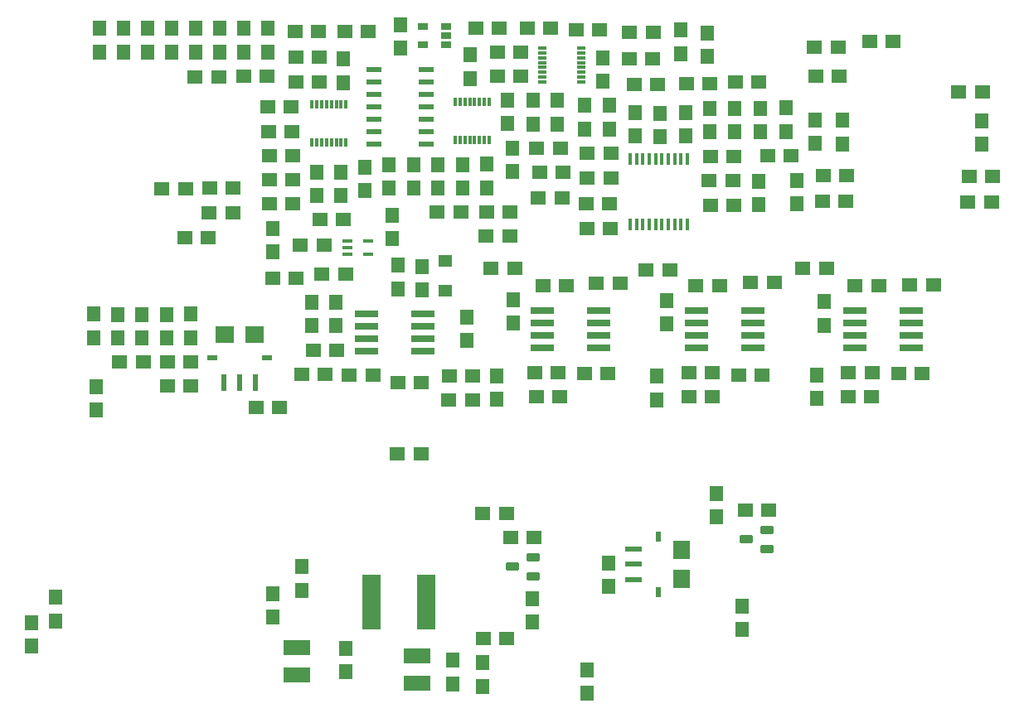
<source format=gbp>
G04 Layer_Color=128*
%FSLAX44Y44*%
%MOMM*%
G71*
G01*
G75*
%ADD20R,2.7000X1.6000*%
%ADD25R,1.4000X1.5000*%
%ADD26R,1.5000X1.4000*%
%ADD52R,1.0000X0.6000*%
%ADD53R,1.9000X1.8000*%
%ADD54R,0.6000X1.7000*%
%ADD55R,1.7000X0.6000*%
%ADD56R,0.6000X1.0000*%
%ADD57R,1.8000X1.9000*%
G04:AMPARAMS|DCode=58|XSize=0.8mm|YSize=1.4mm|CornerRadius=0.2mm|HoleSize=0mm|Usage=FLASHONLY|Rotation=270.000|XOffset=0mm|YOffset=0mm|HoleType=Round|Shape=RoundedRectangle|*
%AMROUNDEDRECTD58*
21,1,0.8000,1.0000,0,0,270.0*
21,1,0.4000,1.4000,0,0,270.0*
1,1,0.4000,-0.5000,-0.2000*
1,1,0.4000,-0.5000,0.2000*
1,1,0.4000,0.5000,0.2000*
1,1,0.4000,0.5000,-0.2000*
%
%ADD58ROUNDEDRECTD58*%
%ADD59R,1.9000X5.7000*%
%ADD60R,0.3000X0.8500*%
%ADD61R,0.8500X0.3000*%
%ADD62R,1.4000X1.2000*%
%ADD63R,2.4000X0.7000*%
%ADD64R,1.0000X0.4000*%
%ADD65R,1.1000X0.7500*%
%ADD66R,0.4000X1.2000*%
%ADD67R,1.6000X0.6000*%
D20*
X398000Y117000D02*
D03*
Y145000D02*
D03*
X521208Y108202D02*
D03*
Y136202D02*
D03*
D25*
X373380Y573368D02*
D03*
Y549368D02*
D03*
X897382Y696558D02*
D03*
Y672558D02*
D03*
X871474Y672304D02*
D03*
Y696304D02*
D03*
X613664Y680432D02*
D03*
Y704432D02*
D03*
X852932Y187288D02*
D03*
Y163288D02*
D03*
X587756Y129122D02*
D03*
Y105122D02*
D03*
X937006Y498438D02*
D03*
Y474438D02*
D03*
X775716Y499708D02*
D03*
Y475708D02*
D03*
X618998Y500216D02*
D03*
Y476216D02*
D03*
X438404Y497676D02*
D03*
Y473676D02*
D03*
X929386Y399508D02*
D03*
Y423508D02*
D03*
X765556Y398238D02*
D03*
Y422238D02*
D03*
X602488Y398526D02*
D03*
Y422526D02*
D03*
X413258Y497676D02*
D03*
Y473676D02*
D03*
X525708Y510314D02*
D03*
Y534314D02*
D03*
X501165Y511714D02*
D03*
Y535714D02*
D03*
X374000Y200000D02*
D03*
Y176000D02*
D03*
X270256Y777838D02*
D03*
Y753838D02*
D03*
X220980D02*
D03*
Y777838D02*
D03*
X820166Y671796D02*
D03*
Y695796D02*
D03*
X795020Y691732D02*
D03*
Y667732D02*
D03*
X768858Y667224D02*
D03*
Y691224D02*
D03*
X869442Y621628D02*
D03*
Y597628D02*
D03*
X845312Y695796D02*
D03*
Y671796D02*
D03*
X717042Y699098D02*
D03*
Y675098D02*
D03*
X691642D02*
D03*
Y699098D02*
D03*
X557530Y107662D02*
D03*
Y131662D02*
D03*
X196342Y753838D02*
D03*
Y777838D02*
D03*
X448000Y144000D02*
D03*
Y120000D02*
D03*
X190500Y461738D02*
D03*
Y485738D02*
D03*
X694436Y97756D02*
D03*
Y121756D02*
D03*
X403352Y227542D02*
D03*
Y203542D02*
D03*
X638810Y195100D02*
D03*
Y171100D02*
D03*
X716280Y231484D02*
D03*
Y207484D02*
D03*
X826770Y278350D02*
D03*
Y302350D02*
D03*
X368808Y753838D02*
D03*
Y777838D02*
D03*
X294894Y753838D02*
D03*
Y777838D02*
D03*
X443230Y607026D02*
D03*
Y631026D02*
D03*
X418592D02*
D03*
Y607026D02*
D03*
X618490Y631410D02*
D03*
Y655410D02*
D03*
X567182Y614646D02*
D03*
Y638646D02*
D03*
X591820Y638900D02*
D03*
Y614900D02*
D03*
X215138Y485484D02*
D03*
Y461484D02*
D03*
X239776Y485484D02*
D03*
Y461484D02*
D03*
X127000Y170524D02*
D03*
Y146524D02*
D03*
X151892Y172178D02*
D03*
Y196178D02*
D03*
X446024Y746342D02*
D03*
Y722342D02*
D03*
X517906Y614646D02*
D03*
Y638646D02*
D03*
X542544D02*
D03*
Y614646D02*
D03*
X319532Y777838D02*
D03*
Y753838D02*
D03*
X467868Y612106D02*
D03*
Y636106D02*
D03*
X574802Y726660D02*
D03*
Y750660D02*
D03*
X495300Y562830D02*
D03*
Y586830D02*
D03*
X492506Y614646D02*
D03*
Y638646D02*
D03*
X639826Y704178D02*
D03*
Y680178D02*
D03*
X245618Y753838D02*
D03*
Y777838D02*
D03*
X789940Y751998D02*
D03*
Y775998D02*
D03*
X193294Y411824D02*
D03*
Y387824D02*
D03*
X817372Y773012D02*
D03*
Y749012D02*
D03*
X265176Y461484D02*
D03*
Y485484D02*
D03*
X289814Y485738D02*
D03*
Y461738D02*
D03*
X344170Y753838D02*
D03*
Y777838D02*
D03*
X710692Y723866D02*
D03*
Y747866D02*
D03*
X664464Y704178D02*
D03*
Y680178D02*
D03*
X571500Y458882D02*
D03*
Y482882D02*
D03*
X743712Y667732D02*
D03*
Y691732D02*
D03*
X504190Y757648D02*
D03*
Y781648D02*
D03*
X1097280Y683604D02*
D03*
Y659604D02*
D03*
X927608Y660112D02*
D03*
Y684112D02*
D03*
X909066Y622644D02*
D03*
Y598644D02*
D03*
X955548Y683920D02*
D03*
Y659920D02*
D03*
D26*
X427036Y424462D02*
D03*
X403036D02*
D03*
X425766Y556288D02*
D03*
X401766D02*
D03*
X581090Y778284D02*
D03*
X605090D02*
D03*
X394016Y623344D02*
D03*
X370016D02*
D03*
X392492Y697258D02*
D03*
X368492D02*
D03*
X501334Y415826D02*
D03*
X525334D02*
D03*
X914876Y532158D02*
D03*
X938876D02*
D03*
X754826Y530888D02*
D03*
X778826D02*
D03*
X596584Y532920D02*
D03*
X620584D02*
D03*
X475804Y422938D02*
D03*
X451804D02*
D03*
X1036890Y424970D02*
D03*
X1012890D02*
D03*
X1048066Y515648D02*
D03*
X1024066D02*
D03*
X985582Y425986D02*
D03*
X961582D02*
D03*
X992186Y514378D02*
D03*
X968186D02*
D03*
X873314Y422938D02*
D03*
X849314D02*
D03*
X885506Y518188D02*
D03*
X861506D02*
D03*
X822260Y425732D02*
D03*
X798260D02*
D03*
X829626Y514378D02*
D03*
X805626D02*
D03*
X715580Y424970D02*
D03*
X691580D02*
D03*
X728026Y516918D02*
D03*
X704026D02*
D03*
X665288Y425732D02*
D03*
X641288D02*
D03*
X673416Y514378D02*
D03*
X649416D02*
D03*
X414974Y449100D02*
D03*
X438974D02*
D03*
X343854Y728754D02*
D03*
X367854D02*
D03*
X217362Y436908D02*
D03*
X241362D02*
D03*
X820612Y596928D02*
D03*
X844612D02*
D03*
X843342Y622328D02*
D03*
X819342D02*
D03*
X694882Y650522D02*
D03*
X718882D02*
D03*
Y624868D02*
D03*
X694882D02*
D03*
X693612Y598198D02*
D03*
X717612D02*
D03*
X855918Y285524D02*
D03*
X879918D02*
D03*
X820612Y646966D02*
D03*
X844612D02*
D03*
X869758Y722658D02*
D03*
X845758D02*
D03*
X646114Y630964D02*
D03*
X670114D02*
D03*
X668844Y604548D02*
D03*
X644844D02*
D03*
X983172Y764568D02*
D03*
X1007172D02*
D03*
X588202Y282222D02*
D03*
X612202D02*
D03*
X396178Y774474D02*
D03*
X420178D02*
D03*
X626934Y753646D02*
D03*
X602934D02*
D03*
X577404Y398046D02*
D03*
X553404D02*
D03*
X553658Y422684D02*
D03*
X577658D02*
D03*
X370016Y647982D02*
D03*
X394016D02*
D03*
X421448Y748058D02*
D03*
X397448D02*
D03*
X393000Y672620D02*
D03*
X369000D02*
D03*
X294324Y728500D02*
D03*
X318324D02*
D03*
X446978Y774474D02*
D03*
X470978D02*
D03*
X394016Y598452D02*
D03*
X370016D02*
D03*
X445832Y582450D02*
D03*
X421832D02*
D03*
X308802Y589562D02*
D03*
X332802D02*
D03*
X283910Y564134D02*
D03*
X307910D02*
D03*
X633668Y778284D02*
D03*
X657668D02*
D03*
X640650Y257584D02*
D03*
X616650D02*
D03*
X565466Y590070D02*
D03*
X541466D02*
D03*
X380808Y389918D02*
D03*
X356808D02*
D03*
X718120Y573560D02*
D03*
X694120D02*
D03*
X707452Y776760D02*
D03*
X683452D02*
D03*
X766634Y720626D02*
D03*
X742634D02*
D03*
X592012Y590324D02*
D03*
X616012D02*
D03*
X591442Y565178D02*
D03*
X615442D02*
D03*
X421448Y723420D02*
D03*
X397448D02*
D03*
X266130Y412270D02*
D03*
X290130D02*
D03*
X738062Y774220D02*
D03*
X762062D02*
D03*
X626934Y729008D02*
D03*
X602934D02*
D03*
X309310Y614454D02*
D03*
X333310D02*
D03*
X260542Y614200D02*
D03*
X284542D02*
D03*
X612456Y154206D02*
D03*
X588456D02*
D03*
X667066Y655602D02*
D03*
X643066D02*
D03*
X737808Y747042D02*
D03*
X761808D02*
D03*
X666750Y401094D02*
D03*
X642750D02*
D03*
X798260D02*
D03*
X822260D02*
D03*
X985328Y401348D02*
D03*
X961328D02*
D03*
X290130Y436908D02*
D03*
X266130D02*
D03*
X373318Y522760D02*
D03*
X397318D02*
D03*
X447864Y526570D02*
D03*
X423864D02*
D03*
X795974Y721642D02*
D03*
X819974D02*
D03*
X1098104Y712752D02*
D03*
X1074104D02*
D03*
X959420Y627154D02*
D03*
X935420D02*
D03*
X1108518Y626646D02*
D03*
X1084518D02*
D03*
X934912Y601500D02*
D03*
X958912D02*
D03*
X1083502Y600230D02*
D03*
X1107502D02*
D03*
X500826Y343182D02*
D03*
X524826D02*
D03*
X879032Y647728D02*
D03*
X903032D02*
D03*
X950784Y758980D02*
D03*
X926784D02*
D03*
X927800Y729262D02*
D03*
X951800D02*
D03*
D52*
X367852Y440718D02*
D03*
X311852D02*
D03*
D53*
X354852Y464718D02*
D03*
X324852D02*
D03*
D54*
X355852Y415518D02*
D03*
X323852D02*
D03*
X339852D02*
D03*
D55*
X742134Y229870D02*
D03*
Y245870D02*
D03*
Y213870D02*
D03*
D56*
X767334Y257870D02*
D03*
Y201870D02*
D03*
D57*
X791334Y244870D02*
D03*
Y214870D02*
D03*
D58*
X878332Y264798D02*
D03*
Y245798D02*
D03*
X856832Y255298D02*
D03*
X617982Y227358D02*
D03*
X639482Y217858D02*
D03*
Y236858D02*
D03*
D59*
X530666Y191036D02*
D03*
X474666D02*
D03*
D60*
X413484Y700408D02*
D03*
X418484D02*
D03*
X423484D02*
D03*
X428484D02*
D03*
X433484D02*
D03*
X438484D02*
D03*
X443484D02*
D03*
X448484D02*
D03*
X413484Y660908D02*
D03*
X418484D02*
D03*
X423484D02*
D03*
X428484D02*
D03*
X433484D02*
D03*
X438484D02*
D03*
X443484D02*
D03*
X448484D02*
D03*
X559788Y702846D02*
D03*
X564788D02*
D03*
X569788D02*
D03*
X574788D02*
D03*
X579788D02*
D03*
X584788D02*
D03*
X589788D02*
D03*
X594788D02*
D03*
X559788Y663346D02*
D03*
X564788D02*
D03*
X569788D02*
D03*
X574788D02*
D03*
X579788D02*
D03*
X584788D02*
D03*
X589788D02*
D03*
X594788D02*
D03*
D61*
X648970Y722884D02*
D03*
Y727884D02*
D03*
Y732884D02*
D03*
Y737884D02*
D03*
Y742884D02*
D03*
Y747884D02*
D03*
Y752884D02*
D03*
Y757884D02*
D03*
X688470Y722884D02*
D03*
Y727884D02*
D03*
Y732884D02*
D03*
Y737884D02*
D03*
Y742884D02*
D03*
Y747884D02*
D03*
Y752884D02*
D03*
Y757884D02*
D03*
D62*
X550000Y540000D02*
D03*
Y510000D02*
D03*
D63*
X469138Y447830D02*
D03*
Y460530D02*
D03*
Y473230D02*
D03*
Y485930D02*
D03*
X526638Y447830D02*
D03*
Y460530D02*
D03*
Y473230D02*
D03*
Y485930D02*
D03*
X1025446Y488978D02*
D03*
Y476278D02*
D03*
Y463578D02*
D03*
Y450878D02*
D03*
X967946Y488978D02*
D03*
Y476278D02*
D03*
Y463578D02*
D03*
Y450878D02*
D03*
X806196D02*
D03*
Y463578D02*
D03*
Y476278D02*
D03*
Y488978D02*
D03*
X863696Y450878D02*
D03*
Y463578D02*
D03*
Y476278D02*
D03*
Y488978D02*
D03*
X706676D02*
D03*
Y476278D02*
D03*
Y463578D02*
D03*
Y450878D02*
D03*
X649176Y488978D02*
D03*
Y476278D02*
D03*
Y463578D02*
D03*
Y450878D02*
D03*
D64*
X449424Y547098D02*
D03*
Y553598D02*
D03*
Y560098D02*
D03*
X471424Y547098D02*
D03*
Y560098D02*
D03*
D65*
X526542Y761012D02*
D03*
Y780012D02*
D03*
X550542Y761012D02*
D03*
Y770512D02*
D03*
Y780012D02*
D03*
D66*
X784092Y644398D02*
D03*
X751592D02*
D03*
X777592D02*
D03*
X764592D02*
D03*
X771092D02*
D03*
X758092D02*
D03*
X790592D02*
D03*
X745092D02*
D03*
X797092D02*
D03*
X738592D02*
D03*
X771092Y577398D02*
D03*
X764592D02*
D03*
X797092D02*
D03*
X738592D02*
D03*
X790592D02*
D03*
X745092D02*
D03*
X784092D02*
D03*
X751592D02*
D03*
X777592D02*
D03*
X758092D02*
D03*
D67*
X476606Y659666D02*
D03*
Y672366D02*
D03*
Y685066D02*
D03*
Y697766D02*
D03*
Y710466D02*
D03*
Y723166D02*
D03*
Y735866D02*
D03*
X530606Y659666D02*
D03*
Y672366D02*
D03*
Y685066D02*
D03*
Y697766D02*
D03*
Y710466D02*
D03*
Y723166D02*
D03*
Y735866D02*
D03*
M02*

</source>
